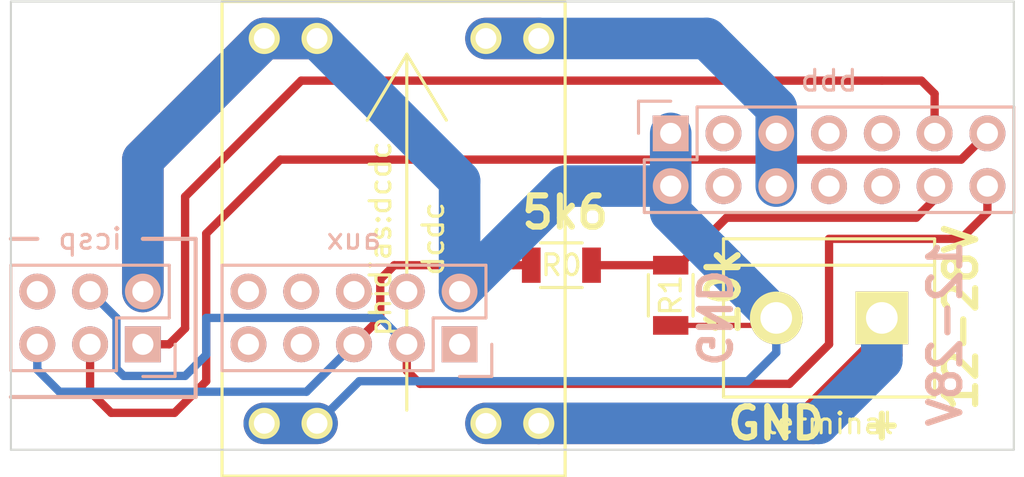
<source format=kicad_pcb>
(kicad_pcb (version 4) (host pcbnew 4.0.2+dfsg1-stable)

  (general
    (links 22)
    (no_connects 0)
    (area 37.374999 30.921189 87.075001 70.678811)
    (thickness 1.6)
    (drawings 15)
    (tracks 83)
    (zones 0)
    (modules 7)
    (nets 9)
  )

  (page A4)
  (layers
    (0 F.Cu signal)
    (31 B.Cu signal)
    (36 B.SilkS user)
    (37 F.SilkS user)
    (38 B.Mask user)
    (39 F.Mask user)
    (44 Edge.Cuts user)
  )

  (setup
    (last_trace_width 0.4)
    (trace_clearance 0.2)
    (zone_clearance 0.508)
    (zone_45_only no)
    (trace_min 0.2)
    (segment_width 0.2)
    (edge_width 0.1)
    (via_size 0.6)
    (via_drill 0.4)
    (via_min_size 0.4)
    (via_min_drill 0.3)
    (uvia_size 0.3)
    (uvia_drill 0.1)
    (uvias_allowed no)
    (uvia_min_size 0)
    (uvia_min_drill 0)
    (pcb_text_width 0.3)
    (pcb_text_size 1.5 1.5)
    (mod_edge_width 0.15)
    (mod_text_size 1 1)
    (mod_text_width 0.15)
    (pad_size 1.5 1.5)
    (pad_drill 0.6)
    (pad_to_mask_clearance 0)
    (aux_axis_origin 63.5 59.69)
    (visible_elements FFFFEF7F)
    (pcbplotparams
      (layerselection 0x010f0_80000001)
      (usegerberextensions false)
      (excludeedgelayer true)
      (linewidth 0.100000)
      (plotframeref false)
      (viasonmask false)
      (mode 1)
      (useauxorigin true)
      (hpglpennumber 1)
      (hpglpenspeed 20)
      (hpglpendiameter 15)
      (hpglpenoverlay 2)
      (psnegative false)
      (psa4output false)
      (plotreference true)
      (plotvalue true)
      (plotinvisibletext false)
      (padsonsilk false)
      (subtractmaskfromsilk false)
      (outputformat 1)
      (mirror false)
      (drillshape 0)
      (scaleselection 1)
      (outputdirectory ""))
  )

  (net 0 "")
  (net 1 gnd)
  (net 2 mosi)
  (net 3 miso_5v)
  (net 4 5v)
  (net 5 miso_3v3)
  (net 6 reset)
  (net 7 sck)
  (net 8 24V)

  (net_class Default "This is the default net class."
    (clearance 0.2)
    (trace_width 0.4)
    (via_dia 0.6)
    (via_drill 0.4)
    (uvia_dia 0.3)
    (uvia_drill 0.1)
    (add_net gnd)
    (add_net miso_3v3)
    (add_net miso_5v)
    (add_net mosi)
    (add_net reset)
    (add_net sck)
  )

  (net_class Power ""
    (clearance 0.2)
    (trace_width 2)
    (via_dia 0.6)
    (via_drill 0.4)
    (uvia_dia 0.3)
    (uvia_drill 0.1)
    (add_net 24V)
    (add_net 5v)
  )

  (module Pin_Headers:Pin_Header_Straight_2x05 (layer B.Cu) (tedit 0) (tstamp 5665E566)
    (at 59.69 55.88 90)
    (descr "Through hole pin header")
    (tags "pin header")
    (path /55AE2970)
    (fp_text reference aux (at 5.08 -5.08 180) (layer B.SilkS)
      (effects (font (size 1 1) (thickness 0.15)) (justify mirror))
    )
    (fp_text value Pin_Headers:Pin_Header_Straight_2x05 (at 0 3.1 90) (layer B.Fab)
      (effects (font (size 1 1) (thickness 0.15)) (justify mirror))
    )
    (fp_line (start -1.75 1.75) (end -1.75 -11.95) (layer B.CrtYd) (width 0.05))
    (fp_line (start 4.3 1.75) (end 4.3 -11.95) (layer B.CrtYd) (width 0.05))
    (fp_line (start -1.75 1.75) (end 4.3 1.75) (layer B.CrtYd) (width 0.05))
    (fp_line (start -1.75 -11.95) (end 4.3 -11.95) (layer B.CrtYd) (width 0.05))
    (fp_line (start 3.81 1.27) (end 3.81 -11.43) (layer B.SilkS) (width 0.15))
    (fp_line (start 3.81 -11.43) (end -1.27 -11.43) (layer B.SilkS) (width 0.15))
    (fp_line (start -1.27 -11.43) (end -1.27 -1.27) (layer B.SilkS) (width 0.15))
    (fp_line (start 3.81 1.27) (end 1.27 1.27) (layer B.SilkS) (width 0.15))
    (fp_line (start 0 1.55) (end -1.55 1.55) (layer B.SilkS) (width 0.15))
    (fp_line (start 1.27 1.27) (end 1.27 -1.27) (layer B.SilkS) (width 0.15))
    (fp_line (start 1.27 -1.27) (end -1.27 -1.27) (layer B.SilkS) (width 0.15))
    (fp_line (start -1.55 1.55) (end -1.55 0) (layer B.SilkS) (width 0.15))
    (pad 1 thru_hole rect (at 0 0 90) (size 1.7272 1.7272) (drill 1.016) (layers *.Cu *.Mask B.SilkS))
    (pad 2 thru_hole oval (at 2.54 0 90) (size 1.7272 1.7272) (drill 1.016) (layers *.Cu *.Mask B.SilkS)
      (net 1 gnd))
    (pad 3 thru_hole oval (at 0 -2.54 90) (size 1.7272 1.7272) (drill 1.016) (layers *.Cu *.Mask B.SilkS)
      (net 2 mosi))
    (pad 4 thru_hole oval (at 2.54 -2.54 90) (size 1.7272 1.7272) (drill 1.016) (layers *.Cu *.Mask B.SilkS))
    (pad 5 thru_hole oval (at 0 -5.08 90) (size 1.7272 1.7272) (drill 1.016) (layers *.Cu *.Mask B.SilkS)
      (net 3 miso_5v))
    (pad 6 thru_hole oval (at 2.54 -5.08 90) (size 1.7272 1.7272) (drill 1.016) (layers *.Cu *.Mask B.SilkS))
    (pad 7 thru_hole oval (at 0 -7.62 90) (size 1.7272 1.7272) (drill 1.016) (layers *.Cu *.Mask B.SilkS))
    (pad 8 thru_hole oval (at 2.54 -7.62 90) (size 1.7272 1.7272) (drill 1.016) (layers *.Cu *.Mask B.SilkS))
    (pad 9 thru_hole oval (at 0 -10.16 90) (size 1.7272 1.7272) (drill 1.016) (layers *.Cu *.Mask B.SilkS))
    (pad 10 thru_hole oval (at 2.54 -10.16 90) (size 1.7272 1.7272) (drill 1.016) (layers *.Cu *.Mask B.SilkS))
    (model Pin_Headers.3dshapes/Pin_Header_Straight_2x05.wrl
      (at (xyz 0.05 -0.2 0))
      (scale (xyz 1 1 1))
      (rotate (xyz 0 0 90))
    )
  )

  (module Pin_Headers:Pin_Header_Straight_2x07 (layer B.Cu) (tedit 0) (tstamp 5665E584)
    (at 69.85 45.72 270)
    (descr "Through hole pin header")
    (tags "pin header")
    (path /55AE2970)
    (fp_text reference bbb (at -2.54 -7.62 360) (layer B.SilkS)
      (effects (font (size 1 1) (thickness 0.15)) (justify mirror))
    )
    (fp_text value Pin_Headers:Pin_Header_Straight_2x07 (at 0 3.1 270) (layer B.Fab)
      (effects (font (size 1 1) (thickness 0.15)) (justify mirror))
    )
    (fp_line (start -1.75 1.75) (end -1.75 -17) (layer B.CrtYd) (width 0.05))
    (fp_line (start 4.3 1.75) (end 4.3 -17) (layer B.CrtYd) (width 0.05))
    (fp_line (start -1.75 1.75) (end 4.3 1.75) (layer B.CrtYd) (width 0.05))
    (fp_line (start -1.75 -17) (end 4.3 -17) (layer B.CrtYd) (width 0.05))
    (fp_line (start 3.81 -16.51) (end 3.81 1.27) (layer B.SilkS) (width 0.15))
    (fp_line (start -1.27 -1.27) (end -1.27 -16.51) (layer B.SilkS) (width 0.15))
    (fp_line (start 3.81 -16.51) (end -1.27 -16.51) (layer B.SilkS) (width 0.15))
    (fp_line (start 3.81 1.27) (end 1.27 1.27) (layer B.SilkS) (width 0.15))
    (fp_line (start 0 1.55) (end -1.55 1.55) (layer B.SilkS) (width 0.15))
    (fp_line (start 1.27 1.27) (end 1.27 -1.27) (layer B.SilkS) (width 0.15))
    (fp_line (start 1.27 -1.27) (end -1.27 -1.27) (layer B.SilkS) (width 0.15))
    (fp_line (start -1.55 1.55) (end -1.55 0) (layer B.SilkS) (width 0.15))
    (pad 1 thru_hole rect (at 0 0 270) (size 1.7272 1.7272) (drill 1.016) (layers *.Cu *.Mask B.SilkS)
      (net 1 gnd))
    (pad 2 thru_hole oval (at 2.54 0 270) (size 1.7272 1.7272) (drill 1.016) (layers *.Cu *.Mask B.SilkS)
      (net 1 gnd))
    (pad 3 thru_hole oval (at 0 -2.54 270) (size 1.7272 1.7272) (drill 1.016) (layers *.Cu *.Mask B.SilkS))
    (pad 4 thru_hole oval (at 2.54 -2.54 270) (size 1.7272 1.7272) (drill 1.016) (layers *.Cu *.Mask B.SilkS))
    (pad 5 thru_hole oval (at 0 -5.08 270) (size 1.7272 1.7272) (drill 1.016) (layers *.Cu *.Mask B.SilkS)
      (net 4 5v))
    (pad 6 thru_hole oval (at 2.54 -5.08 270) (size 1.7272 1.7272) (drill 1.016) (layers *.Cu *.Mask B.SilkS)
      (net 4 5v))
    (pad 7 thru_hole oval (at 0 -7.62 270) (size 1.7272 1.7272) (drill 1.016) (layers *.Cu *.Mask B.SilkS))
    (pad 8 thru_hole oval (at 2.54 -7.62 270) (size 1.7272 1.7272) (drill 1.016) (layers *.Cu *.Mask B.SilkS))
    (pad 9 thru_hole oval (at 0 -10.16 270) (size 1.7272 1.7272) (drill 1.016) (layers *.Cu *.Mask B.SilkS))
    (pad 10 thru_hole oval (at 2.54 -10.16 270) (size 1.7272 1.7272) (drill 1.016) (layers *.Cu *.Mask B.SilkS))
    (pad 11 thru_hole oval (at 0 -12.7 270) (size 1.7272 1.7272) (drill 1.016) (layers *.Cu *.Mask B.SilkS)
      (net 6 reset))
    (pad 12 thru_hole oval (at 2.54 -12.7 270) (size 1.7272 1.7272) (drill 1.016) (layers *.Cu *.Mask B.SilkS)
      (net 5 miso_3v3))
    (pad 13 thru_hole oval (at 0 -15.24 270) (size 1.7272 1.7272) (drill 1.016) (layers *.Cu *.Mask B.SilkS)
      (net 7 sck))
    (pad 14 thru_hole oval (at 2.54 -15.24 270) (size 1.7272 1.7272) (drill 1.016) (layers *.Cu *.Mask B.SilkS)
      (net 2 mosi))
    (model Pin_Headers.3dshapes/Pin_Header_Straight_2x07.wrl
      (at (xyz 0.05 -0.3 0))
      (scale (xyz 1 1 1))
      (rotate (xyz 0 0 90))
    )
  )

  (module Pin_Headers:Pin_Header_Straight_2x03 (layer B.Cu) (tedit 54EA0A4B) (tstamp 5665E59B)
    (at 44.45 55.88 90)
    (descr "Through hole pin header")
    (tags "pin header")
    (path /55AE2970)
    (fp_text reference icsp (at 5.08 -2.54 180) (layer B.SilkS)
      (effects (font (size 1 1) (thickness 0.15)) (justify mirror))
    )
    (fp_text value Pin_Headers:Pin_Header_Straight_2x03 (at 0 3.1 90) (layer B.Fab)
      (effects (font (size 1 1) (thickness 0.15)) (justify mirror))
    )
    (fp_line (start -1.27 -1.27) (end -1.27 -6.35) (layer B.SilkS) (width 0.15))
    (fp_line (start -1.55 1.55) (end 0 1.55) (layer B.SilkS) (width 0.15))
    (fp_line (start -1.75 1.75) (end -1.75 -6.85) (layer B.CrtYd) (width 0.05))
    (fp_line (start 4.3 1.75) (end 4.3 -6.85) (layer B.CrtYd) (width 0.05))
    (fp_line (start -1.75 1.75) (end 4.3 1.75) (layer B.CrtYd) (width 0.05))
    (fp_line (start -1.75 -6.85) (end 4.3 -6.85) (layer B.CrtYd) (width 0.05))
    (fp_line (start 1.27 1.27) (end 1.27 -1.27) (layer B.SilkS) (width 0.15))
    (fp_line (start 1.27 -1.27) (end -1.27 -1.27) (layer B.SilkS) (width 0.15))
    (fp_line (start -1.27 -6.35) (end 3.81 -6.35) (layer B.SilkS) (width 0.15))
    (fp_line (start 3.81 -6.35) (end 3.81 -1.27) (layer B.SilkS) (width 0.15))
    (fp_line (start -1.55 1.55) (end -1.55 0) (layer B.SilkS) (width 0.15))
    (fp_line (start 3.81 1.27) (end 1.27 1.27) (layer B.SilkS) (width 0.15))
    (fp_line (start 3.81 -1.27) (end 3.81 1.27) (layer B.SilkS) (width 0.15))
    (pad 1 thru_hole rect (at 0 0 90) (size 1.7272 1.7272) (drill 1.016) (layers *.Cu *.Mask B.SilkS)
      (net 6 reset))
    (pad 2 thru_hole oval (at 2.54 0 90) (size 1.7272 1.7272) (drill 1.016) (layers *.Cu *.Mask B.SilkS)
      (net 1 gnd))
    (pad 3 thru_hole oval (at 0 -2.54 90) (size 1.7272 1.7272) (drill 1.016) (layers *.Cu *.Mask B.SilkS)
      (net 7 sck))
    (pad 4 thru_hole oval (at 2.54 -2.54 90) (size 1.7272 1.7272) (drill 1.016) (layers *.Cu *.Mask B.SilkS)
      (net 2 mosi))
    (pad 5 thru_hole oval (at 0 -5.08 90) (size 1.7272 1.7272) (drill 1.016) (layers *.Cu *.Mask B.SilkS)
      (net 3 miso_5v))
    (pad 6 thru_hole oval (at 2.54 -5.08 90) (size 1.7272 1.7272) (drill 1.016) (layers *.Cu *.Mask B.SilkS))
    (model Pin_Headers.3dshapes/Pin_Header_Straight_2x03.wrl
      (at (xyz 0.05 -0.1 0))
      (scale (xyz 1 1 1))
      (rotate (xyz 0 0 90))
    )
  )

  (module Resistors_SMD:R_1206 (layer F.Cu) (tedit 5415CFA7) (tstamp 5665E5A7)
    (at 64.59 52.07)
    (descr "Resistor SMD 1206, reflow soldering, Vishay (see dcrcw.pdf)")
    (tags "resistor 1206")
    (path /55AE2970)
    (attr smd)
    (fp_text reference R0 (at 0 0) (layer F.SilkS)
      (effects (font (size 1 1) (thickness 0.15)))
    )
    (fp_text value Resistors_SMD:R_1206 (at 0 2.3) (layer F.Fab)
      (effects (font (size 1 1) (thickness 0.15)))
    )
    (fp_line (start -2.2 -1.2) (end 2.2 -1.2) (layer F.CrtYd) (width 0.05))
    (fp_line (start -2.2 1.2) (end 2.2 1.2) (layer F.CrtYd) (width 0.05))
    (fp_line (start -2.2 -1.2) (end -2.2 1.2) (layer F.CrtYd) (width 0.05))
    (fp_line (start 2.2 -1.2) (end 2.2 1.2) (layer F.CrtYd) (width 0.05))
    (fp_line (start 1 1.075) (end -1 1.075) (layer F.SilkS) (width 0.15))
    (fp_line (start -1 -1.075) (end 1 -1.075) (layer F.SilkS) (width 0.15))
    (pad 1 smd rect (at -1.45 0) (size 0.9 1.7) (layers F.Cu F.Mask)
      (net 3 miso_5v))
    (pad 2 smd rect (at 1.45 0) (size 0.9 1.7) (layers F.Cu F.Mask)
      (net 5 miso_3v3))
    (model Resistors_SMD.3dshapes/R_1206.wrl
      (at (xyz 0 0 0))
      (scale (xyz 1 1 1))
      (rotate (xyz 0 0 0))
    )
  )

  (module Resistors_SMD:R_1206 (layer F.Cu) (tedit 5415CFA7) (tstamp 5665E5B3)
    (at 69.85 53.52 270)
    (descr "Resistor SMD 1206, reflow soldering, Vishay (see dcrcw.pdf)")
    (tags "resistor 1206")
    (path /55AE2970)
    (attr smd)
    (fp_text reference R1 (at 0 0 270) (layer F.SilkS)
      (effects (font (size 1 1) (thickness 0.15)))
    )
    (fp_text value Resistors_SMD:R_1206 (at 0 2.3 270) (layer F.Fab)
      (effects (font (size 1 1) (thickness 0.15)))
    )
    (fp_line (start -2.2 -1.2) (end 2.2 -1.2) (layer F.CrtYd) (width 0.05))
    (fp_line (start -2.2 1.2) (end 2.2 1.2) (layer F.CrtYd) (width 0.05))
    (fp_line (start -2.2 -1.2) (end -2.2 1.2) (layer F.CrtYd) (width 0.05))
    (fp_line (start 2.2 -1.2) (end 2.2 1.2) (layer F.CrtYd) (width 0.05))
    (fp_line (start 1 1.075) (end -1 1.075) (layer F.SilkS) (width 0.15))
    (fp_line (start -1 -1.075) (end 1 -1.075) (layer F.SilkS) (width 0.15))
    (pad 1 smd rect (at -1.45 0 270) (size 0.9 1.7) (layers F.Cu F.Mask)
      (net 5 miso_3v3))
    (pad 2 smd rect (at 1.45 0 270) (size 0.9 1.7) (layers F.Cu F.Mask)
      (net 1 gnd))
    (model Resistors_SMD.3dshapes/R_1206.wrl
      (at (xyz 0 0 0))
      (scale (xyz 1 1 1))
      (rotate (xyz 0 0 0))
    )
  )

  (module Connect:bornier2 (layer F.Cu) (tedit 0) (tstamp 5665E5BE)
    (at 77.47 54.61 180)
    (descr "Bornier d'alimentation 2 pins")
    (tags DEV)
    (path /55AE2970)
    (fp_text reference terminal (at 0 -5.08 180) (layer F.SilkS)
      (effects (font (size 1 1) (thickness 0.15)))
    )
    (fp_text value Connect:bornier2 (at 0 5.08 180) (layer F.Fab)
      (effects (font (size 1 1) (thickness 0.15)))
    )
    (fp_line (start 5.08 2.54) (end -5.08 2.54) (layer F.SilkS) (width 0.15))
    (fp_line (start 5.08 3.81) (end 5.08 -3.81) (layer F.SilkS) (width 0.15))
    (fp_line (start 5.08 -3.81) (end -5.08 -3.81) (layer F.SilkS) (width 0.15))
    (fp_line (start -5.08 -3.81) (end -5.08 3.81) (layer F.SilkS) (width 0.15))
    (fp_line (start -5.08 3.81) (end 5.08 3.81) (layer F.SilkS) (width 0.15))
    (pad 1 thru_hole rect (at -2.54 0 180) (size 2.54 2.54) (drill 1.524) (layers *.Cu *.Mask F.SilkS)
      (net 8 24V))
    (pad 2 thru_hole circle (at 2.54 0 180) (size 2.54 2.54) (drill 1.524) (layers *.Cu *.Mask F.SilkS)
      (net 1 gnd))
    (model Connect.3dshapes/bornier2.wrl
      (at (xyz 0 0 0))
      (scale (xyz 1 1 1))
      (rotate (xyz 0 0 0))
    )
  )

  (module phidias:dcdc (layer F.Cu) (tedit 55FA1DC4) (tstamp 57091C2B)
    (at 63.5 59.69 90)
    (path /55AE2970)
    (fp_text reference dcdc (at 8.89 -5.08 90) (layer F.SilkS)
      (effects (font (size 1 1) (thickness 0.15)))
    )
    (fp_text value phidias:dcdc (at 8.89 -7.62 90) (layer F.SilkS)
      (effects (font (size 1 1) (thickness 0.15)))
    )
    (fp_line (start 17.78 -6.35) (end 14.605 -4.445) (layer F.SilkS) (width 0.15))
    (fp_line (start 17.78 -6.35) (end 14.605 -8.255) (layer F.SilkS) (width 0.15))
    (fp_line (start 0.635 -6.35) (end 17.78 -6.35) (layer F.SilkS) (width 0.15))
    (fp_line (start -2.54 -15.24) (end 20.32 -15.24) (layer F.SilkS) (width 0.15))
    (fp_line (start 20.32 -15.24) (end 20.32 1.27) (layer F.SilkS) (width 0.15))
    (fp_line (start 20.32 1.27) (end -2.54 1.27) (layer F.SilkS) (width 0.15))
    (fp_line (start -2.54 1.27) (end -2.54 -15.24) (layer F.SilkS) (width 0.15))
    (pad gnd thru_hole circle (at 0 -13.208 90) (size 1.5 1.5) (drill 1) (layers *.Cu *.Mask F.SilkS)
      (net 1 gnd))
    (pad gnd thru_hole circle (at 0 -10.668 90) (size 1.5 1.5) (drill 1) (layers *.Cu *.Mask F.SilkS)
      (net 1 gnd))
    (pad in thru_hole circle (at 0 0 90) (size 1.5 1.5) (drill 1) (layers *.Cu *.Mask F.SilkS)
      (net 8 24V))
    (pad in thru_hole circle (at 0 -2.54 90) (size 1.5 1.5) (drill 1) (layers *.Cu *.Mask F.SilkS)
      (net 8 24V))
    (pad gnd thru_hole circle (at 18.542 -13.208 90) (size 1.5 1.5) (drill 1) (layers *.Cu *.Mask F.SilkS)
      (net 1 gnd))
    (pad gnd thru_hole circle (at 18.542 -10.668 90) (size 1.5 1.5) (drill 1) (layers *.Cu *.Mask F.SilkS)
      (net 1 gnd))
    (pad out thru_hole circle (at 18.542 0 90) (size 1.5 1.5) (drill 1) (layers *.Cu *.Mask F.SilkS)
      (net 4 5v))
    (pad out thru_hole circle (at 18.542 -2.54 90) (size 1.5 1.5) (drill 1) (layers *.Cu *.Mask F.SilkS)
      (net 4 5v))
  )

  (gr_text + (at 80.01 59.69) (layer F.SilkS)
    (effects (font (size 1.5 1.5) (thickness 0.3)))
  )
  (gr_text 5k6 (at 64.77 49.53) (layer F.SilkS)
    (effects (font (size 1.5 1.5) (thickness 0.3)))
  )
  (gr_text 10k (at 72.39 53.34 90) (layer F.SilkS)
    (effects (font (size 1.5 1.5) (thickness 0.3)))
  )
  (gr_line (start 39.37 50.8) (end 38.1 50.8) (layer B.SilkS) (width 0.2))
  (gr_line (start 46.99 50.8) (end 44.45 50.8) (layer B.SilkS) (width 0.2))
  (gr_line (start 46.99 58.42) (end 46.99 50.8) (layer B.SilkS) (width 0.2))
  (gr_line (start 38.1 58.42) (end 46.99 58.42) (layer B.SilkS) (width 0.2))
  (gr_text GND (at 71.882 54.61 270) (layer B.SilkS)
    (effects (font (size 1.5 1.5) (thickness 0.3)) (justify mirror))
  )
  (gr_text 12-28V (at 83.058 55.372 90) (layer B.SilkS)
    (effects (font (size 1.5 1.5) (thickness 0.3)) (justify mirror))
  )
  (gr_text GND (at 74.93 59.69) (layer F.SilkS)
    (effects (font (size 1.5 1.5) (thickness 0.3)))
  )
  (gr_text 12-28V (at 83.82 54.61 90) (layer F.SilkS)
    (effects (font (size 1.5 1.5) (thickness 0.3)))
  )
  (gr_line (start 38.1 60.96) (end 38.1 39.37) (layer Edge.Cuts) (width 0.1))
  (gr_line (start 86.36 60.96) (end 38.1 60.96) (layer Edge.Cuts) (width 0.1))
  (gr_line (start 86.36 39.37) (end 86.36 60.96) (layer Edge.Cuts) (width 0.1))
  (gr_line (start 38.1 39.37) (end 86.36 39.37) (layer Edge.Cuts) (width 0.1))

  (segment (start 73.552 57.658) (end 54.864 57.658) (width 0.4) (layer B.Cu) (net 1))
  (segment (start 54.864 57.658) (end 52.832 59.69) (width 0.4) (layer B.Cu) (net 1))
  (segment (start 74.93 56.28) (end 73.552 57.658) (width 0.4) (layer B.Cu) (net 1))
  (segment (start 44.45 53.34) (end 44.45 46.99) (width 2) (layer B.Cu) (net 1))
  (segment (start 44.45 46.99) (end 50.292 41.148) (width 2) (layer B.Cu) (net 1))
  (segment (start 52.832 41.148) (end 50.292 41.148) (width 2) (layer B.Cu) (net 1))
  (segment (start 50.292 59.69) (end 52.832 59.69) (width 2) (layer B.Cu) (net 1))
  (segment (start 44.45 53.34) (end 44.45 46.99) (width 2) (layer F.Cu) (net 1))
  (segment (start 44.45 46.99) (end 50.292 41.148) (width 2) (layer F.Cu) (net 1))
  (segment (start 50.292 41.148) (end 52.832 41.148) (width 2) (layer F.Cu) (net 1))
  (segment (start 50.292 59.69) (end 52.832 59.69) (width 2) (layer F.Cu) (net 1))
  (segment (start 52.832 41.148) (end 59.69 48.006) (width 2) (layer B.Cu) (net 1))
  (segment (start 59.69 48.006) (end 59.69 53.34) (width 2) (layer B.Cu) (net 1))
  (segment (start 69.85 48.26) (end 64.77 48.26) (width 2) (layer B.Cu) (net 1))
  (segment (start 64.77 48.26) (end 59.69 53.34) (width 2) (layer B.Cu) (net 1))
  (segment (start 69.85 48.26) (end 69.85 49.53) (width 2) (layer B.Cu) (net 1))
  (segment (start 69.85 45.72) (end 69.85 48.26) (width 2) (layer B.Cu) (net 1))
  (segment (start 69.85 54.97) (end 74.57 54.97) (width 0.25) (layer F.Cu) (net 1))
  (segment (start 74.93 54.61) (end 74.93 56.28) (width 0.4) (layer B.Cu) (net 1))
  (segment (start 69.85 49.53) (end 74.93 54.61) (width 2) (layer B.Cu) (net 1))
  (segment (start 74.57 54.97) (end 74.93 54.61) (width 0.25) (layer F.Cu) (net 1))
  (segment (start 57.15 55.88) (end 57.15 57.15) (width 0.4) (layer F.Cu) (net 2))
  (segment (start 77.47 55.88) (end 77.47 50.8) (width 0.4) (layer F.Cu) (net 2))
  (segment (start 83.82 50.8) (end 85.09 49.53) (width 0.4) (layer F.Cu) (net 2))
  (segment (start 57.15 57.15) (end 57.785 57.785) (width 0.4) (layer F.Cu) (net 2))
  (segment (start 85.09 49.53) (end 85.09 48.26) (width 0.4) (layer F.Cu) (net 2))
  (segment (start 57.785 57.785) (end 75.565 57.785) (width 0.4) (layer F.Cu) (net 2))
  (segment (start 75.565 57.785) (end 77.47 55.88) (width 0.4) (layer F.Cu) (net 2))
  (segment (start 77.47 50.8) (end 83.82 50.8) (width 0.4) (layer F.Cu) (net 2))
  (segment (start 47.498 54.61) (end 55.88 54.61) (width 0.4) (layer B.Cu) (net 2))
  (segment (start 55.88 54.61) (end 57.15 55.88) (width 0.4) (layer B.Cu) (net 2))
  (segment (start 46.482 57.404) (end 47.498 56.388) (width 0.4) (layer B.Cu) (net 2))
  (segment (start 47.498 56.388) (end 47.498 54.61) (width 0.4) (layer B.Cu) (net 2))
  (segment (start 43.526798 57.404) (end 46.482 57.404) (width 0.4) (layer B.Cu) (net 2))
  (segment (start 43.18 54.61) (end 43.18 57.057202) (width 0.4) (layer B.Cu) (net 2))
  (segment (start 43.18 57.057202) (end 43.526798 57.404) (width 0.4) (layer B.Cu) (net 2))
  (segment (start 41.91 53.34) (end 43.18 54.61) (width 0.4) (layer B.Cu) (net 2))
  (segment (start 40.434686 58.166) (end 52.324 58.166) (width 0.4) (layer B.Cu) (net 3))
  (segment (start 52.324 58.166) (end 54.61 55.88) (width 0.4) (layer B.Cu) (net 3))
  (segment (start 39.37 55.88) (end 39.37 57.101314) (width 0.4) (layer B.Cu) (net 3))
  (segment (start 39.37 57.101314) (end 40.434686 58.166) (width 0.4) (layer B.Cu) (net 3))
  (segment (start 54.61 55.88) (end 55.873601 54.616399) (width 0.4) (layer F.Cu) (net 3))
  (segment (start 55.873601 54.616399) (end 55.873601 52.746269) (width 0.4) (layer F.Cu) (net 3))
  (segment (start 55.873601 52.746269) (end 56.54987 52.07) (width 0.4) (layer F.Cu) (net 3))
  (segment (start 56.54987 52.07) (end 62.29 52.07) (width 0.4) (layer F.Cu) (net 3))
  (segment (start 62.29 52.07) (end 63.14 52.07) (width 0.4) (layer F.Cu) (net 3))
  (segment (start 60.96 41.148) (end 63.5 41.148) (width 2) (layer F.Cu) (net 4))
  (segment (start 63.5 41.148) (end 60.96 41.148) (width 2) (layer B.Cu) (net 4))
  (segment (start 74.93 45.72) (end 74.93 48.26) (width 2) (layer B.Cu) (net 4))
  (segment (start 63.5 41.148) (end 71.579314 41.148) (width 2) (layer B.Cu) (net 4))
  (segment (start 71.579314 41.148) (end 74.93 44.498686) (width 2) (layer B.Cu) (net 4))
  (segment (start 74.93 44.498686) (end 74.93 45.72) (width 2) (layer B.Cu) (net 4))
  (segment (start 69.85 52.07) (end 70.25 52.07) (width 0.4) (layer F.Cu) (net 5))
  (segment (start 70.25 52.07) (end 72.536 49.784) (width 0.4) (layer F.Cu) (net 5))
  (segment (start 82.55 48.895) (end 82.55 48.26) (width 0.4) (layer F.Cu) (net 5))
  (segment (start 72.536 49.784) (end 81.661 49.784) (width 0.4) (layer F.Cu) (net 5))
  (segment (start 81.661 49.784) (end 82.55 48.895) (width 0.4) (layer F.Cu) (net 5))
  (segment (start 66.04 52.07) (end 69.85 52.07) (width 0.4) (layer F.Cu) (net 5))
  (segment (start 82.55 43.815) (end 81.915 43.18) (width 0.4) (layer F.Cu) (net 6))
  (segment (start 81.915 43.18) (end 80.01 43.18) (width 0.4) (layer F.Cu) (net 6))
  (segment (start 82.55 45.72) (end 82.55 43.815) (width 0.4) (layer F.Cu) (net 6))
  (segment (start 80.01 43.18) (end 52.07 43.18) (width 0.4) (layer F.Cu) (net 6))
  (segment (start 52.07 43.18) (end 46.482 48.768) (width 0.4) (layer F.Cu) (net 6))
  (segment (start 46.482 48.768) (end 46.482 55.1116) (width 0.4) (layer F.Cu) (net 6))
  (segment (start 46.482 55.1116) (end 45.7136 55.88) (width 0.4) (layer F.Cu) (net 6))
  (segment (start 45.7136 55.88) (end 44.45 55.88) (width 0.4) (layer F.Cu) (net 6))
  (segment (start 42.926 59.182) (end 41.91 58.166) (width 0.4) (layer F.Cu) (net 7))
  (segment (start 41.91 58.166) (end 41.91 55.88) (width 0.4) (layer F.Cu) (net 7))
  (segment (start 45.974 59.182) (end 42.926 59.182) (width 0.4) (layer F.Cu) (net 7))
  (segment (start 47.498 57.658) (end 45.974 59.182) (width 0.4) (layer F.Cu) (net 7))
  (segment (start 47.498 50.546) (end 47.498 57.658) (width 0.4) (layer F.Cu) (net 7))
  (segment (start 51.060399 46.983601) (end 47.498 50.546) (width 0.4) (layer F.Cu) (net 7))
  (segment (start 85.09 45.72) (end 83.826399 46.983601) (width 0.4) (layer F.Cu) (net 7))
  (segment (start 83.826399 46.983601) (end 51.060399 46.983601) (width 0.4) (layer F.Cu) (net 7))
  (segment (start 80.01 56.642) (end 76.962 59.69) (width 2) (layer B.Cu) (net 8))
  (segment (start 80.01 54.61) (end 80.01 56.642) (width 2) (layer B.Cu) (net 8))
  (segment (start 80.01 54.61) (end 80.01 56.406051) (width 2) (layer F.Cu) (net 8))
  (segment (start 63.5 59.69) (end 60.96 59.69) (width 2) (layer F.Cu) (net 8))
  (segment (start 76.962 59.69) (end 63.5 59.69) (width 2) (layer B.Cu) (net 8))
  (segment (start 76.726051 59.69) (end 64.56066 59.69) (width 2) (layer F.Cu) (net 8))
  (segment (start 80.01 56.406051) (end 76.726051 59.69) (width 2) (layer F.Cu) (net 8))
  (segment (start 64.56066 59.69) (end 63.5 59.69) (width 2) (layer F.Cu) (net 8))
  (segment (start 63.5 59.69) (end 60.96 59.69) (width 2) (layer B.Cu) (net 8))

)

</source>
